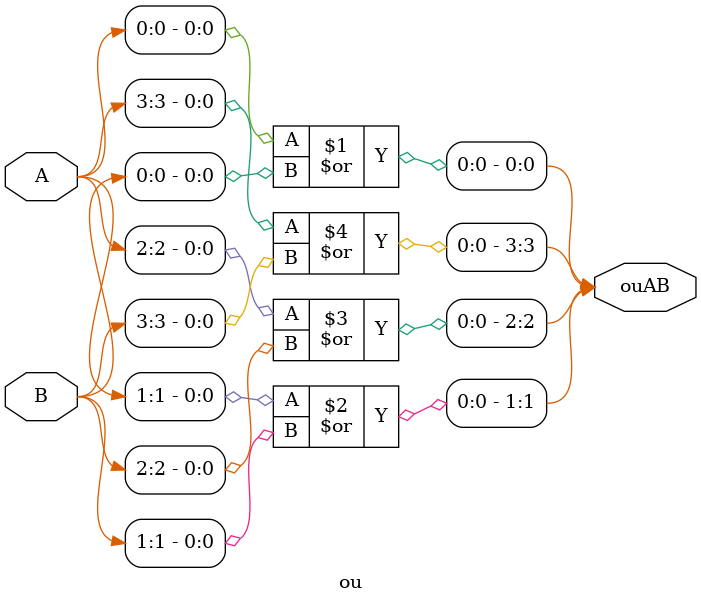
<source format=v>
module ou(
			input [3:0] A,B,
			output[3:0] ouAB
			);
			
or or0(ouAB[0], A[0],B[0]);
or or1(ouAB[1], A[1],B[1]);
or or2(ouAB[2], A[2],B[2]);
or or3(ouAB[3], A[3],B[3]);			
			  
endmodule 
</source>
